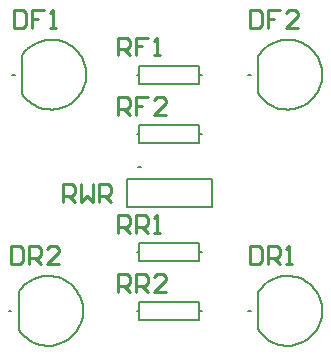
<source format=gto>
G04*
G04 #@! TF.GenerationSoftware,Altium Limited,Altium Designer,22.10.1 (41)*
G04*
G04 Layer_Color=65535*
%FSLAX25Y25*%
%MOIN*%
G70*
G04*
G04 #@! TF.SameCoordinates,A0270BB2-01BD-44B2-A44C-0491C2069839*
G04*
G04*
G04 #@! TF.FilePolarity,Positive*
G04*
G01*
G75*
%ADD10C,0.00787*%
%ADD11C,0.00500*%
%ADD12C,0.01000*%
D10*
X49449Y63661D02*
X48661D01*
X49449D01*
X7480Y94488D02*
X6693D01*
X7480D01*
X86221D02*
X85433D01*
X86221D01*
Y15748D02*
X85433D01*
X86221D01*
X6417D02*
X5630D01*
X6417D01*
X69055Y94488D02*
Y97488D01*
X49055D02*
X69055D01*
X49055Y91488D02*
Y97488D01*
Y91488D02*
X69055D01*
Y94488D01*
X48155D02*
X49055D01*
X69055D02*
X69955D01*
X49055Y71803D02*
Y74803D01*
Y71803D02*
X69055D01*
Y77803D01*
X49055D02*
X69055D01*
X49055Y74803D02*
Y77803D01*
X69055Y74803D02*
X69955D01*
X48155D02*
X49055D01*
Y32433D02*
Y35433D01*
Y32433D02*
X69055D01*
Y38433D01*
X49055D02*
X69055D01*
X49055Y35433D02*
Y38433D01*
X69055Y35433D02*
X69955D01*
X48155D02*
X49055D01*
X69055Y15748D02*
Y18748D01*
X49055D02*
X69055D01*
X49055Y12748D02*
Y18748D01*
Y12748D02*
X69055D01*
Y15748D01*
X48155D02*
X49055D01*
X69055D02*
X69955D01*
D11*
X9843Y88323D02*
X10409Y87497D01*
X11045Y86723D01*
X11745Y86007D01*
X12504Y85353D01*
X13316Y84768D01*
X14175Y84254D01*
X15076Y83816D01*
X16011Y83457D01*
X16973Y83180D01*
X17956Y82986D01*
X18952Y82878D01*
X19953Y82856D01*
X20952Y82920D01*
X21942Y83070D01*
X22916Y83304D01*
X23866Y83622D01*
X24785Y84019D01*
X25666Y84495D01*
X26504Y85044D01*
X27291Y85663D01*
X28022Y86348D01*
X28691Y87093D01*
X29294Y87893D01*
X29825Y88741D01*
X30282Y89633D01*
X30660Y90560D01*
X30958Y91516D01*
X31172Y92494D01*
X31301Y93488D01*
X31344Y94488D01*
X31301Y95489D01*
X31172Y96482D01*
X30958Y97460D01*
X30660Y98416D01*
X30282Y99344D01*
X29825Y100235D01*
X29294Y101084D01*
X28691Y101883D01*
X28022Y102628D01*
X27291Y103313D01*
X26504Y103932D01*
X25667Y104482D01*
X24785Y104957D01*
X23866Y105355D01*
X22916Y105672D01*
X21942Y105906D01*
X20952Y106056D01*
X19953Y106120D01*
X18952Y106098D01*
X17956Y105990D01*
X16973Y105797D01*
X16011Y105519D01*
X15076Y105160D01*
X14176Y104722D01*
X13316Y104209D01*
X12504Y103623D01*
X11745Y102970D01*
X11045Y102253D01*
X10409Y101479D01*
X9843Y100654D01*
X88583Y88323D02*
X89149Y87497D01*
X89785Y86723D01*
X90485Y86007D01*
X91244Y85353D01*
X92056Y84768D01*
X92916Y84254D01*
X93816Y83816D01*
X94751Y83457D01*
X95714Y83180D01*
X96696Y82986D01*
X97692Y82878D01*
X98693Y82856D01*
X99692Y82920D01*
X100683Y83070D01*
X101656Y83304D01*
X102606Y83622D01*
X103525Y84019D01*
X104407Y84495D01*
X105244Y85044D01*
X106031Y85663D01*
X106762Y86348D01*
X107431Y87093D01*
X108034Y87893D01*
X108565Y88741D01*
X109022Y89633D01*
X109401Y90560D01*
X109698Y91516D01*
X109912Y92494D01*
X110041Y93488D01*
X110084Y94488D01*
X110041Y95489D01*
X109912Y96482D01*
X109698Y97460D01*
X109401Y98416D01*
X109022Y99344D01*
X108565Y100235D01*
X108034Y101084D01*
X107431Y101883D01*
X106762Y102628D01*
X106031Y103313D01*
X105244Y103932D01*
X104407Y104482D01*
X103525Y104957D01*
X102606Y105355D01*
X101656Y105672D01*
X100683Y105906D01*
X99692Y106056D01*
X98693Y106120D01*
X97692Y106098D01*
X96696Y105990D01*
X95714Y105797D01*
X94751Y105519D01*
X93816Y105160D01*
X92916Y104722D01*
X92056Y104209D01*
X91244Y103623D01*
X90485Y102970D01*
X89785Y102253D01*
X89149Y101479D01*
X88583Y100654D01*
X88583Y9583D02*
X89149Y8757D01*
X89785Y7983D01*
X90485Y7267D01*
X91244Y6613D01*
X92056Y6027D01*
X92916Y5514D01*
X93816Y5076D01*
X94751Y4717D01*
X95714Y4440D01*
X96696Y4246D01*
X97692Y4138D01*
X98693Y4116D01*
X99692Y4180D01*
X100683Y4330D01*
X101656Y4564D01*
X102606Y4881D01*
X103525Y5279D01*
X104407Y5754D01*
X105244Y6304D01*
X106031Y6923D01*
X106762Y7608D01*
X107431Y8353D01*
X108034Y9153D01*
X108565Y10001D01*
X109022Y10892D01*
X109401Y11820D01*
X109698Y12776D01*
X109912Y13754D01*
X110041Y14747D01*
X110084Y15748D01*
X110041Y16748D01*
X109912Y17742D01*
X109698Y18720D01*
X109401Y19676D01*
X109022Y20604D01*
X108565Y21495D01*
X108034Y22343D01*
X107431Y23143D01*
X106762Y23888D01*
X106031Y24573D01*
X105244Y25192D01*
X104407Y25742D01*
X103525Y26217D01*
X102606Y26615D01*
X101656Y26932D01*
X100683Y27166D01*
X99692Y27316D01*
X98693Y27380D01*
X97692Y27358D01*
X96696Y27250D01*
X95714Y27056D01*
X94751Y26779D01*
X93816Y26420D01*
X92916Y25982D01*
X92056Y25469D01*
X91244Y24883D01*
X90485Y24229D01*
X89785Y23513D01*
X89149Y22739D01*
X88583Y21914D01*
X8779Y9583D02*
X9346Y8757D01*
X9982Y7983D01*
X10682Y7267D01*
X11441Y6613D01*
X12253Y6027D01*
X13113Y5514D01*
X14013Y5076D01*
X14948Y4717D01*
X15910Y4440D01*
X16893Y4246D01*
X17889Y4138D01*
X18890Y4116D01*
X19889Y4180D01*
X20879Y4330D01*
X21853Y4564D01*
X22803Y4881D01*
X23722Y5279D01*
X24603Y5754D01*
X25441Y6304D01*
X26228Y6923D01*
X26959Y7608D01*
X27628Y8353D01*
X28231Y9153D01*
X28762Y10001D01*
X29219Y10892D01*
X29597Y11820D01*
X29895Y12776D01*
X30109Y13754D01*
X30238Y14747D01*
X30281Y15748D01*
X30238Y16748D01*
X30109Y17742D01*
X29895Y18720D01*
X29597Y19676D01*
X29219Y20604D01*
X28762Y21495D01*
X28231Y22343D01*
X27628Y23143D01*
X26959Y23888D01*
X26228Y24573D01*
X25441Y25192D01*
X24604Y25742D01*
X23722Y26217D01*
X22803Y26615D01*
X21853Y26932D01*
X20879Y27166D01*
X19889Y27316D01*
X18890Y27380D01*
X17889Y27358D01*
X16893Y27250D01*
X15911Y27056D01*
X14948Y26779D01*
X14013Y26420D01*
X13113Y25982D01*
X12253Y25469D01*
X11441Y24883D01*
X10682Y24229D01*
X9982Y23513D01*
X9346Y22739D01*
X8780Y21914D01*
X44843Y50512D02*
Y59724D01*
X73268D01*
Y50512D02*
Y59724D01*
X44843Y50512D02*
X73268D01*
X9843Y88323D02*
Y100654D01*
X88583Y88323D02*
Y100654D01*
Y9583D02*
Y21913D01*
X8780Y9583D02*
Y21913D01*
D12*
X23499Y52119D02*
Y58117D01*
X26498D01*
X27497Y57117D01*
Y55118D01*
X26498Y54118D01*
X23499D01*
X25498D02*
X27497Y52119D01*
X29497Y58117D02*
Y52119D01*
X31496Y54118D01*
X33495Y52119D01*
Y58117D01*
X35495Y52119D02*
Y58117D01*
X38494D01*
X39494Y57117D01*
Y55118D01*
X38494Y54118D01*
X35495D01*
X37494D02*
X39494Y52119D01*
X7315Y116176D02*
Y110178D01*
X10314D01*
X11314Y111178D01*
Y115176D01*
X10314Y116176D01*
X7315D01*
X17312D02*
X13313D01*
Y113177D01*
X15312D01*
X13313D01*
Y110178D01*
X19311D02*
X21310D01*
X20311D01*
Y116176D01*
X19311Y115176D01*
X41915Y100878D02*
Y106876D01*
X44914D01*
X45914Y105876D01*
Y103877D01*
X44914Y102877D01*
X41915D01*
X43914D02*
X45914Y100878D01*
X51912Y106876D02*
X47913D01*
Y103877D01*
X49912D01*
X47913D01*
Y100878D01*
X53911D02*
X55910D01*
X54911D01*
Y106876D01*
X53911Y105876D01*
X86015Y116176D02*
Y110178D01*
X89014D01*
X90014Y111178D01*
Y115176D01*
X89014Y116176D01*
X86015D01*
X96012D02*
X92013D01*
Y113177D01*
X94012D01*
X92013D01*
Y110178D01*
X102010D02*
X98011D01*
X102010Y114177D01*
Y115176D01*
X101010Y116176D01*
X99011D01*
X98011Y115176D01*
X41915Y81178D02*
Y87176D01*
X44914D01*
X45914Y86176D01*
Y84177D01*
X44914Y83177D01*
X41915D01*
X43914D02*
X45914Y81178D01*
X51912Y87176D02*
X47913D01*
Y84177D01*
X49912D01*
X47913D01*
Y81178D01*
X57910D02*
X53911D01*
X57910Y85177D01*
Y86176D01*
X56910Y87176D01*
X54911D01*
X53911Y86176D01*
X86015Y37476D02*
Y31478D01*
X89014D01*
X90014Y32478D01*
Y36476D01*
X89014Y37476D01*
X86015D01*
X92013Y31478D02*
Y37476D01*
X95012D01*
X96012Y36476D01*
Y34477D01*
X95012Y33477D01*
X92013D01*
X94012D02*
X96012Y31478D01*
X98011D02*
X100010D01*
X99011D01*
Y37476D01*
X98011Y36476D01*
X41915Y41778D02*
Y47776D01*
X44914D01*
X45914Y46776D01*
Y44777D01*
X44914Y43777D01*
X41915D01*
X43914D02*
X45914Y41778D01*
X47913D02*
Y47776D01*
X50912D01*
X51912Y46776D01*
Y44777D01*
X50912Y43777D01*
X47913D01*
X49912D02*
X51912Y41778D01*
X53911D02*
X55910D01*
X54911D01*
Y47776D01*
X53911Y46776D01*
X6215Y37476D02*
Y31478D01*
X9214D01*
X10214Y32478D01*
Y36476D01*
X9214Y37476D01*
X6215D01*
X12213Y31478D02*
Y37476D01*
X15212D01*
X16212Y36476D01*
Y34477D01*
X15212Y33477D01*
X12213D01*
X14212D02*
X16212Y31478D01*
X22210D02*
X18211D01*
X22210Y35477D01*
Y36476D01*
X21210Y37476D01*
X19211D01*
X18211Y36476D01*
X41915Y22178D02*
Y28176D01*
X44914D01*
X45914Y27176D01*
Y25177D01*
X44914Y24177D01*
X41915D01*
X43914D02*
X45914Y22178D01*
X47913D02*
Y28176D01*
X50912D01*
X51912Y27176D01*
Y25177D01*
X50912Y24177D01*
X47913D01*
X49912D02*
X51912Y22178D01*
X57910D02*
X53911D01*
X57910Y26177D01*
Y27176D01*
X56910Y28176D01*
X54911D01*
X53911Y27176D01*
M02*

</source>
